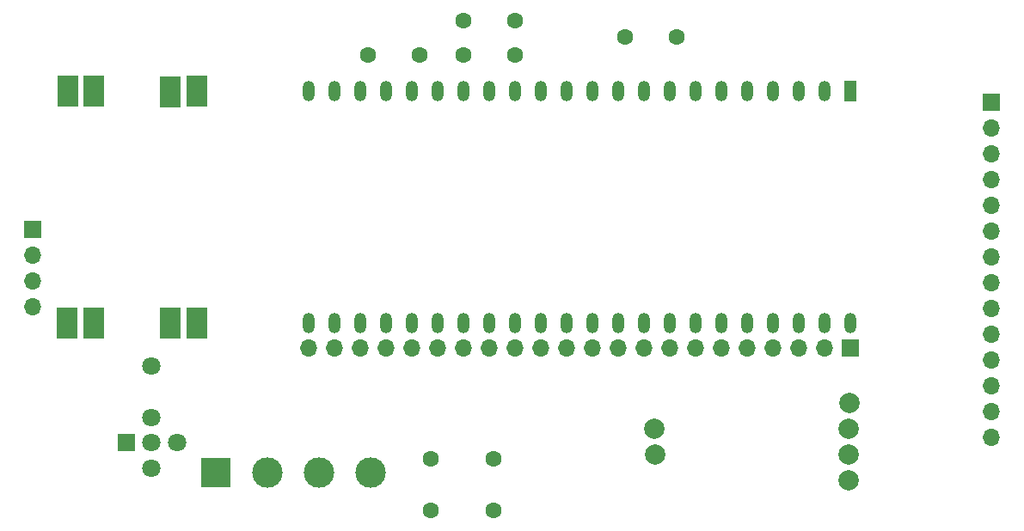
<source format=gbr>
%TF.GenerationSoftware,KiCad,Pcbnew,8.0.6-8.0.6-0~ubuntu24.04.1*%
%TF.CreationDate,2024-11-03T20:07:35+01:00*%
%TF.ProjectId,BmsMonitor,426d734d-6f6e-4697-946f-722e6b696361,rev?*%
%TF.SameCoordinates,Original*%
%TF.FileFunction,Soldermask,Bot*%
%TF.FilePolarity,Negative*%
%FSLAX46Y46*%
G04 Gerber Fmt 4.6, Leading zero omitted, Abs format (unit mm)*
G04 Created by KiCad (PCBNEW 8.0.6-8.0.6-0~ubuntu24.04.1) date 2024-11-03 20:07:35*
%MOMM*%
%LPD*%
G01*
G04 APERTURE LIST*
G04 Aperture macros list*
%AMFreePoly0*
4,1,5,1.500000,-1.000000,-1.500000,-1.000000,-1.500000,1.000000,1.500000,1.000000,1.500000,-1.000000,1.500000,-1.000000,$1*%
G04 Aperture macros list end*
%ADD10R,1.800000X1.800000*%
%ADD11C,1.800000*%
%ADD12FreePoly0,90.000000*%
%ADD13R,1.700000X1.700000*%
%ADD14O,1.700000X1.700000*%
%ADD15C,1.600000*%
%ADD16R,3.000000X3.000000*%
%ADD17C,3.000000*%
%ADD18C,2.000000*%
%ADD19R,1.200000X2.000000*%
%ADD20O,1.200000X2.000000*%
G04 APERTURE END LIST*
D10*
%TO.C,J4*%
X109006000Y-108418000D03*
D11*
X111506000Y-105918000D03*
X114006000Y-108418000D03*
X111506000Y-110918000D03*
X111506000Y-108418000D03*
X111506000Y-100868000D03*
%TD*%
D12*
%TO.C,U1*%
X103200200Y-96621600D03*
X105765600Y-96621600D03*
X113334800Y-96647000D03*
X115925600Y-96621600D03*
X115951000Y-73787000D03*
X113360200Y-73812400D03*
X105791000Y-73787000D03*
X103225600Y-73787000D03*
%TD*%
D13*
%TO.C,J1*%
X99822000Y-87376000D03*
D14*
X99822000Y-89916000D03*
X99822000Y-92456000D03*
X99822000Y-94996000D03*
%TD*%
D15*
%TO.C,R2*%
X147315000Y-66802000D03*
X142235000Y-66802000D03*
%TD*%
D13*
%TO.C,U5*%
X194183000Y-74820000D03*
D14*
X194183000Y-77360000D03*
X194183000Y-79900000D03*
X194183000Y-82440000D03*
X194183000Y-84980000D03*
X194183000Y-87520000D03*
X194183000Y-90060000D03*
X194183000Y-92600000D03*
X194183000Y-95140000D03*
X194183000Y-97680000D03*
X194183000Y-100220000D03*
X194183000Y-102760000D03*
X194183000Y-105300000D03*
X194183000Y-107840000D03*
%TD*%
D15*
%TO.C,R6*%
X158140400Y-68402200D03*
X163220400Y-68402200D03*
%TD*%
%TO.C,R3*%
X145161000Y-115062000D03*
X145161000Y-109982000D03*
%TD*%
D13*
%TO.C,J2*%
X180314600Y-99034600D03*
D14*
X177774600Y-99034600D03*
X175234600Y-99034600D03*
X172694600Y-99034600D03*
X170154600Y-99034600D03*
X167614600Y-99034600D03*
X165074600Y-99034600D03*
X162534600Y-99034600D03*
X159994600Y-99034600D03*
X157454600Y-99034600D03*
X154914600Y-99034600D03*
X152374600Y-99034600D03*
X149834600Y-99034600D03*
X147294600Y-99034600D03*
X144754600Y-99034600D03*
X142214600Y-99034600D03*
X139674600Y-99034600D03*
X137134600Y-99034600D03*
X134594600Y-99034600D03*
X132054600Y-99034600D03*
X129514600Y-99034600D03*
X126974600Y-99034600D03*
%TD*%
D16*
%TO.C,J3*%
X117830600Y-111353600D03*
D17*
X122910600Y-111353600D03*
X127990600Y-111353600D03*
X133070600Y-111353600D03*
%TD*%
D15*
%TO.C,R1*%
X147315000Y-70231000D03*
X142235000Y-70231000D03*
%TD*%
D18*
%TO.C,U3*%
X180198700Y-104482900D03*
X180147900Y-106997500D03*
X180122500Y-109562900D03*
X180147900Y-112153700D03*
X161047100Y-109588300D03*
X161021700Y-106997500D03*
%TD*%
D15*
%TO.C,R4*%
X139014200Y-115062000D03*
X139014200Y-109982000D03*
%TD*%
%TO.C,R5*%
X137917000Y-70231000D03*
X132837000Y-70231000D03*
%TD*%
D19*
%TO.C,U2*%
X180340000Y-73761600D03*
D20*
X177800000Y-73761600D03*
X175260000Y-73761600D03*
X172720000Y-73761600D03*
X170180000Y-73761600D03*
X167640000Y-73761600D03*
X165100000Y-73761600D03*
X162560000Y-73761600D03*
X160020000Y-73761600D03*
X157480000Y-73761600D03*
X154940000Y-73761600D03*
X152400000Y-73761600D03*
X149860000Y-73761600D03*
X147320000Y-73761600D03*
X144780000Y-73761600D03*
X142240000Y-73761600D03*
X139700000Y-73761600D03*
X137160000Y-73761600D03*
X134620000Y-73761600D03*
X132082720Y-73757920D03*
X129542720Y-73757920D03*
X127002720Y-73757920D03*
X127000000Y-96621600D03*
X129540000Y-96621600D03*
X132080000Y-96621600D03*
X134620000Y-96621600D03*
X137160000Y-96621600D03*
X139700000Y-96621600D03*
X142240000Y-96621600D03*
X144780000Y-96621600D03*
X147320000Y-96621600D03*
X149860000Y-96621600D03*
X152400000Y-96621600D03*
X154940000Y-96621600D03*
X157480000Y-96621600D03*
X160020000Y-96621600D03*
X162560000Y-96621600D03*
X165100000Y-96621600D03*
X167640000Y-96621600D03*
X170180000Y-96621600D03*
X172720000Y-96621600D03*
X175260000Y-96621600D03*
X177800000Y-96621600D03*
X180340000Y-96621600D03*
%TD*%
M02*

</source>
